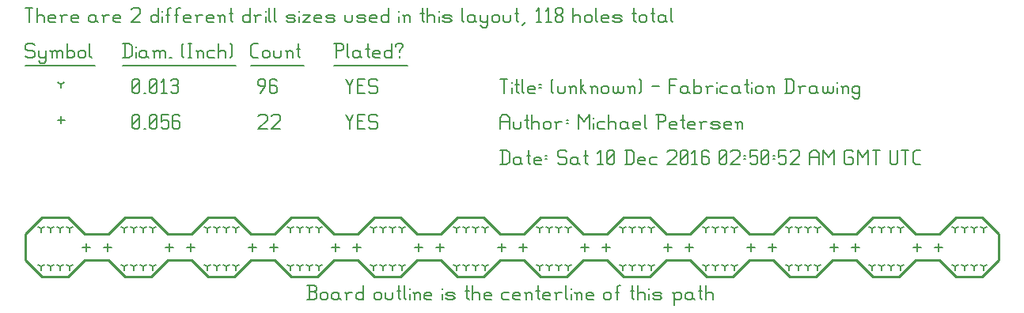
<source format=gbr>
G04 start of page 12 for group -3984 idx -3984 *
G04 Title: (unknown), fab *
G04 Creator: pcb 20140316 *
G04 CreationDate: Sat 10 Dec 2016 02:50:52 AM GMT UTC *
G04 For: railfan *
G04 Format: Gerber/RS-274X *
G04 PCB-Dimensions (mil): 4100.00 250.00 *
G04 PCB-Coordinate-Origin: lower left *
%MOIN*%
%FSLAX25Y25*%
%LNFAB*%
%ADD36C,0.0100*%
%ADD35C,0.0075*%
%ADD34C,0.0060*%
%ADD33C,0.0080*%
G54D33*X25500Y14100D02*Y10900D01*
X23900Y12500D02*X27100D01*
X60500Y14100D02*Y10900D01*
X58900Y12500D02*X62100D01*
X34500Y14100D02*Y10900D01*
X32900Y12500D02*X36100D01*
X95500Y14100D02*Y10900D01*
X93900Y12500D02*X97100D01*
X69500Y14100D02*Y10900D01*
X67900Y12500D02*X71100D01*
X130500Y14100D02*Y10900D01*
X128900Y12500D02*X132100D01*
X104500Y14100D02*Y10900D01*
X102900Y12500D02*X106100D01*
X165500Y14100D02*Y10900D01*
X163900Y12500D02*X167100D01*
X139500Y14100D02*Y10900D01*
X137900Y12500D02*X141100D01*
X200500Y14100D02*Y10900D01*
X198900Y12500D02*X202100D01*
X174500Y14100D02*Y10900D01*
X172900Y12500D02*X176100D01*
X235500Y14100D02*Y10900D01*
X233900Y12500D02*X237100D01*
X209500Y14100D02*Y10900D01*
X207900Y12500D02*X211100D01*
X270500Y14100D02*Y10900D01*
X268900Y12500D02*X272100D01*
X244500Y14100D02*Y10900D01*
X242900Y12500D02*X246100D01*
X305500Y14100D02*Y10900D01*
X303900Y12500D02*X307100D01*
X279500Y14100D02*Y10900D01*
X277900Y12500D02*X281100D01*
X340500Y14100D02*Y10900D01*
X338900Y12500D02*X342100D01*
X314500Y14100D02*Y10900D01*
X312900Y12500D02*X316100D01*
X375500Y14100D02*Y10900D01*
X373900Y12500D02*X377100D01*
X349500Y14100D02*Y10900D01*
X347900Y12500D02*X351100D01*
X384500Y14100D02*Y10900D01*
X382900Y12500D02*X386100D01*
X15000Y67850D02*Y64650D01*
X13400Y66250D02*X16600D01*
G54D34*X135000Y68500D02*X136500Y65500D01*
X138000Y68500D01*
X136500Y65500D02*Y62500D01*
X139800Y65800D02*X142050D01*
X139800Y62500D02*X142800D01*
X139800Y68500D02*Y62500D01*
Y68500D02*X142800D01*
X147600D02*X148350Y67750D01*
X145350Y68500D02*X147600D01*
X144600Y67750D02*X145350Y68500D01*
X144600Y67750D02*Y66250D01*
X145350Y65500D01*
X147600D01*
X148350Y64750D01*
Y63250D01*
X147600Y62500D02*X148350Y63250D01*
X145350Y62500D02*X147600D01*
X144600Y63250D02*X145350Y62500D01*
X98000Y67750D02*X98750Y68500D01*
X101000D01*
X101750Y67750D01*
Y66250D01*
X98000Y62500D02*X101750Y66250D01*
X98000Y62500D02*X101750D01*
X103550Y67750D02*X104300Y68500D01*
X106550D01*
X107300Y67750D01*
Y66250D01*
X103550Y62500D02*X107300Y66250D01*
X103550Y62500D02*X107300D01*
X45000Y63250D02*X45750Y62500D01*
X45000Y67750D02*Y63250D01*
Y67750D02*X45750Y68500D01*
X47250D01*
X48000Y67750D01*
Y63250D01*
X47250Y62500D02*X48000Y63250D01*
X45750Y62500D02*X47250D01*
X45000Y64000D02*X48000Y67000D01*
X49800Y62500D02*X50550D01*
X52350Y63250D02*X53100Y62500D01*
X52350Y67750D02*Y63250D01*
Y67750D02*X53100Y68500D01*
X54600D01*
X55350Y67750D01*
Y63250D01*
X54600Y62500D02*X55350Y63250D01*
X53100Y62500D02*X54600D01*
X52350Y64000D02*X55350Y67000D01*
X57150Y68500D02*X60150D01*
X57150D02*Y65500D01*
X57900Y66250D01*
X59400D01*
X60150Y65500D01*
Y63250D01*
X59400Y62500D02*X60150Y63250D01*
X57900Y62500D02*X59400D01*
X57150Y63250D02*X57900Y62500D01*
X64200Y68500D02*X64950Y67750D01*
X62700Y68500D02*X64200D01*
X61950Y67750D02*X62700Y68500D01*
X61950Y67750D02*Y63250D01*
X62700Y62500D01*
X64200Y65800D02*X64950Y65050D01*
X61950Y65800D02*X64200D01*
X62700Y62500D02*X64200D01*
X64950Y63250D01*
Y65050D02*Y63250D01*
X6500Y20500D02*Y18900D01*
Y20500D02*X7887Y21300D01*
X6500Y20500D02*X5113Y21300D01*
X10500Y20500D02*Y18900D01*
Y20500D02*X11887Y21300D01*
X10500Y20500D02*X9113Y21300D01*
X14500Y20500D02*Y18900D01*
Y20500D02*X15887Y21300D01*
X14500Y20500D02*X13113Y21300D01*
X18500Y20500D02*Y18900D01*
Y20500D02*X19887Y21300D01*
X18500Y20500D02*X17113Y21300D01*
X6500Y4500D02*Y2900D01*
Y4500D02*X7887Y5300D01*
X6500Y4500D02*X5113Y5300D01*
X10500Y4500D02*Y2900D01*
Y4500D02*X11887Y5300D01*
X10500Y4500D02*X9113Y5300D01*
X14500Y4500D02*Y2900D01*
Y4500D02*X15887Y5300D01*
X14500Y4500D02*X13113Y5300D01*
X18500Y4500D02*Y2900D01*
Y4500D02*X19887Y5300D01*
X18500Y4500D02*X17113Y5300D01*
X41500Y20500D02*Y18900D01*
Y20500D02*X42887Y21300D01*
X41500Y20500D02*X40113Y21300D01*
X45500Y20500D02*Y18900D01*
Y20500D02*X46887Y21300D01*
X45500Y20500D02*X44113Y21300D01*
X49500Y20500D02*Y18900D01*
Y20500D02*X50887Y21300D01*
X49500Y20500D02*X48113Y21300D01*
X53500Y20500D02*Y18900D01*
Y20500D02*X54887Y21300D01*
X53500Y20500D02*X52113Y21300D01*
X41500Y4500D02*Y2900D01*
Y4500D02*X42887Y5300D01*
X41500Y4500D02*X40113Y5300D01*
X45500Y4500D02*Y2900D01*
Y4500D02*X46887Y5300D01*
X45500Y4500D02*X44113Y5300D01*
X49500Y4500D02*Y2900D01*
Y4500D02*X50887Y5300D01*
X49500Y4500D02*X48113Y5300D01*
X53500Y4500D02*Y2900D01*
Y4500D02*X54887Y5300D01*
X53500Y4500D02*X52113Y5300D01*
X76500Y20500D02*Y18900D01*
Y20500D02*X77887Y21300D01*
X76500Y20500D02*X75113Y21300D01*
X80500Y20500D02*Y18900D01*
Y20500D02*X81887Y21300D01*
X80500Y20500D02*X79113Y21300D01*
X84500Y20500D02*Y18900D01*
Y20500D02*X85887Y21300D01*
X84500Y20500D02*X83113Y21300D01*
X88500Y20500D02*Y18900D01*
Y20500D02*X89887Y21300D01*
X88500Y20500D02*X87113Y21300D01*
X76500Y4500D02*Y2900D01*
Y4500D02*X77887Y5300D01*
X76500Y4500D02*X75113Y5300D01*
X80500Y4500D02*Y2900D01*
Y4500D02*X81887Y5300D01*
X80500Y4500D02*X79113Y5300D01*
X84500Y4500D02*Y2900D01*
Y4500D02*X85887Y5300D01*
X84500Y4500D02*X83113Y5300D01*
X88500Y4500D02*Y2900D01*
Y4500D02*X89887Y5300D01*
X88500Y4500D02*X87113Y5300D01*
X111500Y20500D02*Y18900D01*
Y20500D02*X112887Y21300D01*
X111500Y20500D02*X110113Y21300D01*
X115500Y20500D02*Y18900D01*
Y20500D02*X116887Y21300D01*
X115500Y20500D02*X114113Y21300D01*
X119500Y20500D02*Y18900D01*
Y20500D02*X120887Y21300D01*
X119500Y20500D02*X118113Y21300D01*
X123500Y20500D02*Y18900D01*
Y20500D02*X124887Y21300D01*
X123500Y20500D02*X122113Y21300D01*
X111500Y4500D02*Y2900D01*
Y4500D02*X112887Y5300D01*
X111500Y4500D02*X110113Y5300D01*
X115500Y4500D02*Y2900D01*
Y4500D02*X116887Y5300D01*
X115500Y4500D02*X114113Y5300D01*
X119500Y4500D02*Y2900D01*
Y4500D02*X120887Y5300D01*
X119500Y4500D02*X118113Y5300D01*
X123500Y4500D02*Y2900D01*
Y4500D02*X124887Y5300D01*
X123500Y4500D02*X122113Y5300D01*
X146500Y20500D02*Y18900D01*
Y20500D02*X147887Y21300D01*
X146500Y20500D02*X145113Y21300D01*
X150500Y20500D02*Y18900D01*
Y20500D02*X151887Y21300D01*
X150500Y20500D02*X149113Y21300D01*
X154500Y20500D02*Y18900D01*
Y20500D02*X155887Y21300D01*
X154500Y20500D02*X153113Y21300D01*
X158500Y20500D02*Y18900D01*
Y20500D02*X159887Y21300D01*
X158500Y20500D02*X157113Y21300D01*
X146500Y4500D02*Y2900D01*
Y4500D02*X147887Y5300D01*
X146500Y4500D02*X145113Y5300D01*
X150500Y4500D02*Y2900D01*
Y4500D02*X151887Y5300D01*
X150500Y4500D02*X149113Y5300D01*
X154500Y4500D02*Y2900D01*
Y4500D02*X155887Y5300D01*
X154500Y4500D02*X153113Y5300D01*
X158500Y4500D02*Y2900D01*
Y4500D02*X159887Y5300D01*
X158500Y4500D02*X157113Y5300D01*
X181500Y20500D02*Y18900D01*
Y20500D02*X182887Y21300D01*
X181500Y20500D02*X180113Y21300D01*
X185500Y20500D02*Y18900D01*
Y20500D02*X186887Y21300D01*
X185500Y20500D02*X184113Y21300D01*
X189500Y20500D02*Y18900D01*
Y20500D02*X190887Y21300D01*
X189500Y20500D02*X188113Y21300D01*
X193500Y20500D02*Y18900D01*
Y20500D02*X194887Y21300D01*
X193500Y20500D02*X192113Y21300D01*
X181500Y4500D02*Y2900D01*
Y4500D02*X182887Y5300D01*
X181500Y4500D02*X180113Y5300D01*
X185500Y4500D02*Y2900D01*
Y4500D02*X186887Y5300D01*
X185500Y4500D02*X184113Y5300D01*
X189500Y4500D02*Y2900D01*
Y4500D02*X190887Y5300D01*
X189500Y4500D02*X188113Y5300D01*
X193500Y4500D02*Y2900D01*
Y4500D02*X194887Y5300D01*
X193500Y4500D02*X192113Y5300D01*
X216500Y20500D02*Y18900D01*
Y20500D02*X217887Y21300D01*
X216500Y20500D02*X215113Y21300D01*
X220500Y20500D02*Y18900D01*
Y20500D02*X221887Y21300D01*
X220500Y20500D02*X219113Y21300D01*
X224500Y20500D02*Y18900D01*
Y20500D02*X225887Y21300D01*
X224500Y20500D02*X223113Y21300D01*
X228500Y20500D02*Y18900D01*
Y20500D02*X229887Y21300D01*
X228500Y20500D02*X227113Y21300D01*
X216500Y4500D02*Y2900D01*
Y4500D02*X217887Y5300D01*
X216500Y4500D02*X215113Y5300D01*
X220500Y4500D02*Y2900D01*
Y4500D02*X221887Y5300D01*
X220500Y4500D02*X219113Y5300D01*
X224500Y4500D02*Y2900D01*
Y4500D02*X225887Y5300D01*
X224500Y4500D02*X223113Y5300D01*
X228500Y4500D02*Y2900D01*
Y4500D02*X229887Y5300D01*
X228500Y4500D02*X227113Y5300D01*
X251500Y20500D02*Y18900D01*
Y20500D02*X252887Y21300D01*
X251500Y20500D02*X250113Y21300D01*
X255500Y20500D02*Y18900D01*
Y20500D02*X256887Y21300D01*
X255500Y20500D02*X254113Y21300D01*
X259500Y20500D02*Y18900D01*
Y20500D02*X260887Y21300D01*
X259500Y20500D02*X258113Y21300D01*
X263500Y20500D02*Y18900D01*
Y20500D02*X264887Y21300D01*
X263500Y20500D02*X262113Y21300D01*
X251500Y4500D02*Y2900D01*
Y4500D02*X252887Y5300D01*
X251500Y4500D02*X250113Y5300D01*
X255500Y4500D02*Y2900D01*
Y4500D02*X256887Y5300D01*
X255500Y4500D02*X254113Y5300D01*
X259500Y4500D02*Y2900D01*
Y4500D02*X260887Y5300D01*
X259500Y4500D02*X258113Y5300D01*
X263500Y4500D02*Y2900D01*
Y4500D02*X264887Y5300D01*
X263500Y4500D02*X262113Y5300D01*
X286500Y20500D02*Y18900D01*
Y20500D02*X287887Y21300D01*
X286500Y20500D02*X285113Y21300D01*
X290500Y20500D02*Y18900D01*
Y20500D02*X291887Y21300D01*
X290500Y20500D02*X289113Y21300D01*
X294500Y20500D02*Y18900D01*
Y20500D02*X295887Y21300D01*
X294500Y20500D02*X293113Y21300D01*
X298500Y20500D02*Y18900D01*
Y20500D02*X299887Y21300D01*
X298500Y20500D02*X297113Y21300D01*
X286500Y4500D02*Y2900D01*
Y4500D02*X287887Y5300D01*
X286500Y4500D02*X285113Y5300D01*
X290500Y4500D02*Y2900D01*
Y4500D02*X291887Y5300D01*
X290500Y4500D02*X289113Y5300D01*
X294500Y4500D02*Y2900D01*
Y4500D02*X295887Y5300D01*
X294500Y4500D02*X293113Y5300D01*
X298500Y4500D02*Y2900D01*
Y4500D02*X299887Y5300D01*
X298500Y4500D02*X297113Y5300D01*
X321500Y20500D02*Y18900D01*
Y20500D02*X322887Y21300D01*
X321500Y20500D02*X320113Y21300D01*
X325500Y20500D02*Y18900D01*
Y20500D02*X326887Y21300D01*
X325500Y20500D02*X324113Y21300D01*
X329500Y20500D02*Y18900D01*
Y20500D02*X330887Y21300D01*
X329500Y20500D02*X328113Y21300D01*
X333500Y20500D02*Y18900D01*
Y20500D02*X334887Y21300D01*
X333500Y20500D02*X332113Y21300D01*
X321500Y4500D02*Y2900D01*
Y4500D02*X322887Y5300D01*
X321500Y4500D02*X320113Y5300D01*
X325500Y4500D02*Y2900D01*
Y4500D02*X326887Y5300D01*
X325500Y4500D02*X324113Y5300D01*
X329500Y4500D02*Y2900D01*
Y4500D02*X330887Y5300D01*
X329500Y4500D02*X328113Y5300D01*
X333500Y4500D02*Y2900D01*
Y4500D02*X334887Y5300D01*
X333500Y4500D02*X332113Y5300D01*
X356500Y20500D02*Y18900D01*
Y20500D02*X357887Y21300D01*
X356500Y20500D02*X355113Y21300D01*
X360500Y20500D02*Y18900D01*
Y20500D02*X361887Y21300D01*
X360500Y20500D02*X359113Y21300D01*
X364500Y20500D02*Y18900D01*
Y20500D02*X365887Y21300D01*
X364500Y20500D02*X363113Y21300D01*
X368500Y20500D02*Y18900D01*
Y20500D02*X369887Y21300D01*
X368500Y20500D02*X367113Y21300D01*
X356500Y4500D02*Y2900D01*
Y4500D02*X357887Y5300D01*
X356500Y4500D02*X355113Y5300D01*
X360500Y4500D02*Y2900D01*
Y4500D02*X361887Y5300D01*
X360500Y4500D02*X359113Y5300D01*
X364500Y4500D02*Y2900D01*
Y4500D02*X365887Y5300D01*
X364500Y4500D02*X363113Y5300D01*
X368500Y4500D02*Y2900D01*
Y4500D02*X369887Y5300D01*
X368500Y4500D02*X367113Y5300D01*
X391500Y20500D02*Y18900D01*
Y20500D02*X392887Y21300D01*
X391500Y20500D02*X390113Y21300D01*
X395500Y20500D02*Y18900D01*
Y20500D02*X396887Y21300D01*
X395500Y20500D02*X394113Y21300D01*
X399500Y20500D02*Y18900D01*
Y20500D02*X400887Y21300D01*
X399500Y20500D02*X398113Y21300D01*
X403500Y20500D02*Y18900D01*
Y20500D02*X404887Y21300D01*
X403500Y20500D02*X402113Y21300D01*
X391500Y4500D02*Y2900D01*
Y4500D02*X392887Y5300D01*
X391500Y4500D02*X390113Y5300D01*
X395500Y4500D02*Y2900D01*
Y4500D02*X396887Y5300D01*
X395500Y4500D02*X394113Y5300D01*
X399500Y4500D02*Y2900D01*
Y4500D02*X400887Y5300D01*
X399500Y4500D02*X398113Y5300D01*
X403500Y4500D02*Y2900D01*
Y4500D02*X404887Y5300D01*
X403500Y4500D02*X402113Y5300D01*
X15000Y81250D02*Y79650D01*
Y81250D02*X16387Y82050D01*
X15000Y81250D02*X13613Y82050D01*
X135000Y83500D02*X136500Y80500D01*
X138000Y83500D01*
X136500Y80500D02*Y77500D01*
X139800Y80800D02*X142050D01*
X139800Y77500D02*X142800D01*
X139800Y83500D02*Y77500D01*
Y83500D02*X142800D01*
X147600D02*X148350Y82750D01*
X145350Y83500D02*X147600D01*
X144600Y82750D02*X145350Y83500D01*
X144600Y82750D02*Y81250D01*
X145350Y80500D01*
X147600D01*
X148350Y79750D01*
Y78250D01*
X147600Y77500D02*X148350Y78250D01*
X145350Y77500D02*X147600D01*
X144600Y78250D02*X145350Y77500D01*
X98750D02*X101000Y80500D01*
Y82750D02*Y80500D01*
X100250Y83500D02*X101000Y82750D01*
X98750Y83500D02*X100250D01*
X98000Y82750D02*X98750Y83500D01*
X98000Y82750D02*Y81250D01*
X98750Y80500D01*
X101000D01*
X105050Y83500D02*X105800Y82750D01*
X103550Y83500D02*X105050D01*
X102800Y82750D02*X103550Y83500D01*
X102800Y82750D02*Y78250D01*
X103550Y77500D01*
X105050Y80800D02*X105800Y80050D01*
X102800Y80800D02*X105050D01*
X103550Y77500D02*X105050D01*
X105800Y78250D01*
Y80050D02*Y78250D01*
X45000D02*X45750Y77500D01*
X45000Y82750D02*Y78250D01*
Y82750D02*X45750Y83500D01*
X47250D01*
X48000Y82750D01*
Y78250D01*
X47250Y77500D02*X48000Y78250D01*
X45750Y77500D02*X47250D01*
X45000Y79000D02*X48000Y82000D01*
X49800Y77500D02*X50550D01*
X52350Y78250D02*X53100Y77500D01*
X52350Y82750D02*Y78250D01*
Y82750D02*X53100Y83500D01*
X54600D01*
X55350Y82750D01*
Y78250D01*
X54600Y77500D02*X55350Y78250D01*
X53100Y77500D02*X54600D01*
X52350Y79000D02*X55350Y82000D01*
X57150Y82300D02*X58350Y83500D01*
Y77500D01*
X57150D02*X59400D01*
X61200Y82750D02*X61950Y83500D01*
X63450D01*
X64200Y82750D01*
X63450Y77500D02*X64200Y78250D01*
X61950Y77500D02*X63450D01*
X61200Y78250D02*X61950Y77500D01*
Y80800D02*X63450D01*
X64200Y82750D02*Y81550D01*
Y80050D02*Y78250D01*
Y80050D02*X63450Y80800D01*
X64200Y81550D02*X63450Y80800D01*
X3000Y98500D02*X3750Y97750D01*
X750Y98500D02*X3000D01*
X0Y97750D02*X750Y98500D01*
X0Y97750D02*Y96250D01*
X750Y95500D01*
X3000D01*
X3750Y94750D01*
Y93250D01*
X3000Y92500D02*X3750Y93250D01*
X750Y92500D02*X3000D01*
X0Y93250D02*X750Y92500D01*
X5550Y95500D02*Y93250D01*
X6300Y92500D01*
X8550Y95500D02*Y91000D01*
X7800Y90250D02*X8550Y91000D01*
X6300Y90250D02*X7800D01*
X5550Y91000D02*X6300Y90250D01*
Y92500D02*X7800D01*
X8550Y93250D01*
X11100Y94750D02*Y92500D01*
Y94750D02*X11850Y95500D01*
X12600D01*
X13350Y94750D01*
Y92500D01*
Y94750D02*X14100Y95500D01*
X14850D01*
X15600Y94750D01*
Y92500D01*
X10350Y95500D02*X11100Y94750D01*
X17400Y98500D02*Y92500D01*
Y93250D02*X18150Y92500D01*
X19650D01*
X20400Y93250D01*
Y94750D02*Y93250D01*
X19650Y95500D02*X20400Y94750D01*
X18150Y95500D02*X19650D01*
X17400Y94750D02*X18150Y95500D01*
X22200Y94750D02*Y93250D01*
Y94750D02*X22950Y95500D01*
X24450D01*
X25200Y94750D01*
Y93250D01*
X24450Y92500D02*X25200Y93250D01*
X22950Y92500D02*X24450D01*
X22200Y93250D02*X22950Y92500D01*
X27000Y98500D02*Y93250D01*
X27750Y92500D01*
X0Y89250D02*X29250D01*
X41750Y98500D02*Y92500D01*
X43700Y98500D02*X44750Y97450D01*
Y93550D01*
X43700Y92500D02*X44750Y93550D01*
X41000Y92500D02*X43700D01*
X41000Y98500D02*X43700D01*
G54D35*X46550Y97000D02*Y96850D01*
G54D34*Y94750D02*Y92500D01*
X50300Y95500D02*X51050Y94750D01*
X48800Y95500D02*X50300D01*
X48050Y94750D02*X48800Y95500D01*
X48050Y94750D02*Y93250D01*
X48800Y92500D01*
X51050Y95500D02*Y93250D01*
X51800Y92500D01*
X48800D02*X50300D01*
X51050Y93250D01*
X54350Y94750D02*Y92500D01*
Y94750D02*X55100Y95500D01*
X55850D01*
X56600Y94750D01*
Y92500D01*
Y94750D02*X57350Y95500D01*
X58100D01*
X58850Y94750D01*
Y92500D01*
X53600Y95500D02*X54350Y94750D01*
X60650Y92500D02*X61400D01*
X65900Y93250D02*X66650Y92500D01*
X65900Y97750D02*X66650Y98500D01*
X65900Y97750D02*Y93250D01*
X68450Y98500D02*X69950D01*
X69200D02*Y92500D01*
X68450D02*X69950D01*
X72500Y94750D02*Y92500D01*
Y94750D02*X73250Y95500D01*
X74000D01*
X74750Y94750D01*
Y92500D01*
X71750Y95500D02*X72500Y94750D01*
X77300Y95500D02*X79550D01*
X76550Y94750D02*X77300Y95500D01*
X76550Y94750D02*Y93250D01*
X77300Y92500D01*
X79550D01*
X81350Y98500D02*Y92500D01*
Y94750D02*X82100Y95500D01*
X83600D01*
X84350Y94750D01*
Y92500D01*
X86150Y98500D02*X86900Y97750D01*
Y93250D01*
X86150Y92500D02*X86900Y93250D01*
X41000Y89250D02*X88700D01*
X96050Y92500D02*X98000D01*
X95000Y93550D02*X96050Y92500D01*
X95000Y97450D02*Y93550D01*
Y97450D02*X96050Y98500D01*
X98000D01*
X99800Y94750D02*Y93250D01*
Y94750D02*X100550Y95500D01*
X102050D01*
X102800Y94750D01*
Y93250D01*
X102050Y92500D02*X102800Y93250D01*
X100550Y92500D02*X102050D01*
X99800Y93250D02*X100550Y92500D01*
X104600Y95500D02*Y93250D01*
X105350Y92500D01*
X106850D01*
X107600Y93250D01*
Y95500D02*Y93250D01*
X110150Y94750D02*Y92500D01*
Y94750D02*X110900Y95500D01*
X111650D01*
X112400Y94750D01*
Y92500D01*
X109400Y95500D02*X110150Y94750D01*
X114950Y98500D02*Y93250D01*
X115700Y92500D01*
X114200Y96250D02*X115700D01*
X95000Y89250D02*X117200D01*
X130750Y98500D02*Y92500D01*
X130000Y98500D02*X133000D01*
X133750Y97750D01*
Y96250D01*
X133000Y95500D02*X133750Y96250D01*
X130750Y95500D02*X133000D01*
X135550Y98500D02*Y93250D01*
X136300Y92500D01*
X140050Y95500D02*X140800Y94750D01*
X138550Y95500D02*X140050D01*
X137800Y94750D02*X138550Y95500D01*
X137800Y94750D02*Y93250D01*
X138550Y92500D01*
X140800Y95500D02*Y93250D01*
X141550Y92500D01*
X138550D02*X140050D01*
X140800Y93250D01*
X144100Y98500D02*Y93250D01*
X144850Y92500D01*
X143350Y96250D02*X144850D01*
X147100Y92500D02*X149350D01*
X146350Y93250D02*X147100Y92500D01*
X146350Y94750D02*Y93250D01*
Y94750D02*X147100Y95500D01*
X148600D01*
X149350Y94750D01*
X146350Y94000D02*X149350D01*
Y94750D02*Y94000D01*
X154150Y98500D02*Y92500D01*
X153400D02*X154150Y93250D01*
X151900Y92500D02*X153400D01*
X151150Y93250D02*X151900Y92500D01*
X151150Y94750D02*Y93250D01*
Y94750D02*X151900Y95500D01*
X153400D01*
X154150Y94750D01*
X157450Y95500D02*Y94750D01*
Y93250D02*Y92500D01*
X155950Y97750D02*Y97000D01*
Y97750D02*X156700Y98500D01*
X158200D01*
X158950Y97750D01*
Y97000D01*
X157450Y95500D02*X158950Y97000D01*
X130000Y89250D02*X160750D01*
X0Y113500D02*X3000D01*
X1500D02*Y107500D01*
X4800Y113500D02*Y107500D01*
Y109750D02*X5550Y110500D01*
X7050D01*
X7800Y109750D01*
Y107500D01*
X10350D02*X12600D01*
X9600Y108250D02*X10350Y107500D01*
X9600Y109750D02*Y108250D01*
Y109750D02*X10350Y110500D01*
X11850D01*
X12600Y109750D01*
X9600Y109000D02*X12600D01*
Y109750D02*Y109000D01*
X15150Y109750D02*Y107500D01*
Y109750D02*X15900Y110500D01*
X17400D01*
X14400D02*X15150Y109750D01*
X19950Y107500D02*X22200D01*
X19200Y108250D02*X19950Y107500D01*
X19200Y109750D02*Y108250D01*
Y109750D02*X19950Y110500D01*
X21450D01*
X22200Y109750D01*
X19200Y109000D02*X22200D01*
Y109750D02*Y109000D01*
X28950Y110500D02*X29700Y109750D01*
X27450Y110500D02*X28950D01*
X26700Y109750D02*X27450Y110500D01*
X26700Y109750D02*Y108250D01*
X27450Y107500D01*
X29700Y110500D02*Y108250D01*
X30450Y107500D01*
X27450D02*X28950D01*
X29700Y108250D01*
X33000Y109750D02*Y107500D01*
Y109750D02*X33750Y110500D01*
X35250D01*
X32250D02*X33000Y109750D01*
X37800Y107500D02*X40050D01*
X37050Y108250D02*X37800Y107500D01*
X37050Y109750D02*Y108250D01*
Y109750D02*X37800Y110500D01*
X39300D01*
X40050Y109750D01*
X37050Y109000D02*X40050D01*
Y109750D02*Y109000D01*
X44550Y112750D02*X45300Y113500D01*
X47550D01*
X48300Y112750D01*
Y111250D01*
X44550Y107500D02*X48300Y111250D01*
X44550Y107500D02*X48300D01*
X55800Y113500D02*Y107500D01*
X55050D02*X55800Y108250D01*
X53550Y107500D02*X55050D01*
X52800Y108250D02*X53550Y107500D01*
X52800Y109750D02*Y108250D01*
Y109750D02*X53550Y110500D01*
X55050D01*
X55800Y109750D01*
G54D35*X57600Y112000D02*Y111850D01*
G54D34*Y109750D02*Y107500D01*
X59850Y112750D02*Y107500D01*
Y112750D02*X60600Y113500D01*
X61350D01*
X59100Y110500D02*X60600D01*
X63600Y112750D02*Y107500D01*
Y112750D02*X64350Y113500D01*
X65100D01*
X62850Y110500D02*X64350D01*
X67350Y107500D02*X69600D01*
X66600Y108250D02*X67350Y107500D01*
X66600Y109750D02*Y108250D01*
Y109750D02*X67350Y110500D01*
X68850D01*
X69600Y109750D01*
X66600Y109000D02*X69600D01*
Y109750D02*Y109000D01*
X72150Y109750D02*Y107500D01*
Y109750D02*X72900Y110500D01*
X74400D01*
X71400D02*X72150Y109750D01*
X76950Y107500D02*X79200D01*
X76200Y108250D02*X76950Y107500D01*
X76200Y109750D02*Y108250D01*
Y109750D02*X76950Y110500D01*
X78450D01*
X79200Y109750D01*
X76200Y109000D02*X79200D01*
Y109750D02*Y109000D01*
X81750Y109750D02*Y107500D01*
Y109750D02*X82500Y110500D01*
X83250D01*
X84000Y109750D01*
Y107500D01*
X81000Y110500D02*X81750Y109750D01*
X86550Y113500D02*Y108250D01*
X87300Y107500D01*
X85800Y111250D02*X87300D01*
X94500Y113500D02*Y107500D01*
X93750D02*X94500Y108250D01*
X92250Y107500D02*X93750D01*
X91500Y108250D02*X92250Y107500D01*
X91500Y109750D02*Y108250D01*
Y109750D02*X92250Y110500D01*
X93750D01*
X94500Y109750D01*
X97050D02*Y107500D01*
Y109750D02*X97800Y110500D01*
X99300D01*
X96300D02*X97050Y109750D01*
G54D35*X101100Y112000D02*Y111850D01*
G54D34*Y109750D02*Y107500D01*
X102600Y113500D02*Y108250D01*
X103350Y107500D01*
X104850Y113500D02*Y108250D01*
X105600Y107500D01*
X110550D02*X112800D01*
X113550Y108250D01*
X112800Y109000D02*X113550Y108250D01*
X110550Y109000D02*X112800D01*
X109800Y109750D02*X110550Y109000D01*
X109800Y109750D02*X110550Y110500D01*
X112800D01*
X113550Y109750D01*
X109800Y108250D02*X110550Y107500D01*
G54D35*X115350Y112000D02*Y111850D01*
G54D34*Y109750D02*Y107500D01*
X116850Y110500D02*X119850D01*
X116850Y107500D02*X119850Y110500D01*
X116850Y107500D02*X119850D01*
X122400D02*X124650D01*
X121650Y108250D02*X122400Y107500D01*
X121650Y109750D02*Y108250D01*
Y109750D02*X122400Y110500D01*
X123900D01*
X124650Y109750D01*
X121650Y109000D02*X124650D01*
Y109750D02*Y109000D01*
X127200Y107500D02*X129450D01*
X130200Y108250D01*
X129450Y109000D02*X130200Y108250D01*
X127200Y109000D02*X129450D01*
X126450Y109750D02*X127200Y109000D01*
X126450Y109750D02*X127200Y110500D01*
X129450D01*
X130200Y109750D01*
X126450Y108250D02*X127200Y107500D01*
X134700Y110500D02*Y108250D01*
X135450Y107500D01*
X136950D01*
X137700Y108250D01*
Y110500D02*Y108250D01*
X140250Y107500D02*X142500D01*
X143250Y108250D01*
X142500Y109000D02*X143250Y108250D01*
X140250Y109000D02*X142500D01*
X139500Y109750D02*X140250Y109000D01*
X139500Y109750D02*X140250Y110500D01*
X142500D01*
X143250Y109750D01*
X139500Y108250D02*X140250Y107500D01*
X145800D02*X148050D01*
X145050Y108250D02*X145800Y107500D01*
X145050Y109750D02*Y108250D01*
Y109750D02*X145800Y110500D01*
X147300D01*
X148050Y109750D01*
X145050Y109000D02*X148050D01*
Y109750D02*Y109000D01*
X152850Y113500D02*Y107500D01*
X152100D02*X152850Y108250D01*
X150600Y107500D02*X152100D01*
X149850Y108250D02*X150600Y107500D01*
X149850Y109750D02*Y108250D01*
Y109750D02*X150600Y110500D01*
X152100D01*
X152850Y109750D01*
G54D35*X157350Y112000D02*Y111850D01*
G54D34*Y109750D02*Y107500D01*
X159600Y109750D02*Y107500D01*
Y109750D02*X160350Y110500D01*
X161100D01*
X161850Y109750D01*
Y107500D01*
X158850Y110500D02*X159600Y109750D01*
X167100Y113500D02*Y108250D01*
X167850Y107500D01*
X166350Y111250D02*X167850D01*
X169350Y113500D02*Y107500D01*
Y109750D02*X170100Y110500D01*
X171600D01*
X172350Y109750D01*
Y107500D01*
G54D35*X174150Y112000D02*Y111850D01*
G54D34*Y109750D02*Y107500D01*
X176400D02*X178650D01*
X179400Y108250D01*
X178650Y109000D02*X179400Y108250D01*
X176400Y109000D02*X178650D01*
X175650Y109750D02*X176400Y109000D01*
X175650Y109750D02*X176400Y110500D01*
X178650D01*
X179400Y109750D01*
X175650Y108250D02*X176400Y107500D01*
X183900Y113500D02*Y108250D01*
X184650Y107500D01*
X188400Y110500D02*X189150Y109750D01*
X186900Y110500D02*X188400D01*
X186150Y109750D02*X186900Y110500D01*
X186150Y109750D02*Y108250D01*
X186900Y107500D01*
X189150Y110500D02*Y108250D01*
X189900Y107500D01*
X186900D02*X188400D01*
X189150Y108250D01*
X191700Y110500D02*Y108250D01*
X192450Y107500D01*
X194700Y110500D02*Y106000D01*
X193950Y105250D02*X194700Y106000D01*
X192450Y105250D02*X193950D01*
X191700Y106000D02*X192450Y105250D01*
Y107500D02*X193950D01*
X194700Y108250D01*
X196500Y109750D02*Y108250D01*
Y109750D02*X197250Y110500D01*
X198750D01*
X199500Y109750D01*
Y108250D01*
X198750Y107500D02*X199500Y108250D01*
X197250Y107500D02*X198750D01*
X196500Y108250D02*X197250Y107500D01*
X201300Y110500D02*Y108250D01*
X202050Y107500D01*
X203550D01*
X204300Y108250D01*
Y110500D02*Y108250D01*
X206850Y113500D02*Y108250D01*
X207600Y107500D01*
X206100Y111250D02*X207600D01*
X209100Y106000D02*X210600Y107500D01*
X215100Y112300D02*X216300Y113500D01*
Y107500D01*
X215100D02*X217350D01*
X219150Y112300D02*X220350Y113500D01*
Y107500D01*
X219150D02*X221400D01*
X223200Y108250D02*X223950Y107500D01*
X223200Y109450D02*Y108250D01*
Y109450D02*X224250Y110500D01*
X225150D01*
X226200Y109450D01*
Y108250D01*
X225450Y107500D02*X226200Y108250D01*
X223950Y107500D02*X225450D01*
X223200Y111550D02*X224250Y110500D01*
X223200Y112750D02*Y111550D01*
Y112750D02*X223950Y113500D01*
X225450D01*
X226200Y112750D01*
Y111550D01*
X225150Y110500D02*X226200Y111550D01*
X230700Y113500D02*Y107500D01*
Y109750D02*X231450Y110500D01*
X232950D01*
X233700Y109750D01*
Y107500D01*
X235500Y109750D02*Y108250D01*
Y109750D02*X236250Y110500D01*
X237750D01*
X238500Y109750D01*
Y108250D01*
X237750Y107500D02*X238500Y108250D01*
X236250Y107500D02*X237750D01*
X235500Y108250D02*X236250Y107500D01*
X240300Y113500D02*Y108250D01*
X241050Y107500D01*
X243300D02*X245550D01*
X242550Y108250D02*X243300Y107500D01*
X242550Y109750D02*Y108250D01*
Y109750D02*X243300Y110500D01*
X244800D01*
X245550Y109750D01*
X242550Y109000D02*X245550D01*
Y109750D02*Y109000D01*
X248100Y107500D02*X250350D01*
X251100Y108250D01*
X250350Y109000D02*X251100Y108250D01*
X248100Y109000D02*X250350D01*
X247350Y109750D02*X248100Y109000D01*
X247350Y109750D02*X248100Y110500D01*
X250350D01*
X251100Y109750D01*
X247350Y108250D02*X248100Y107500D01*
X256350Y113500D02*Y108250D01*
X257100Y107500D01*
X255600Y111250D02*X257100D01*
X258600Y109750D02*Y108250D01*
Y109750D02*X259350Y110500D01*
X260850D01*
X261600Y109750D01*
Y108250D01*
X260850Y107500D02*X261600Y108250D01*
X259350Y107500D02*X260850D01*
X258600Y108250D02*X259350Y107500D01*
X264150Y113500D02*Y108250D01*
X264900Y107500D01*
X263400Y111250D02*X264900D01*
X268650Y110500D02*X269400Y109750D01*
X267150Y110500D02*X268650D01*
X266400Y109750D02*X267150Y110500D01*
X266400Y109750D02*Y108250D01*
X267150Y107500D01*
X269400Y110500D02*Y108250D01*
X270150Y107500D01*
X267150D02*X268650D01*
X269400Y108250D01*
X271950Y113500D02*Y108250D01*
X272700Y107500D01*
G54D36*X0Y18000D02*X7000Y25000D01*
X18000D01*
X25000Y18000D01*
Y7000D02*X18000Y0D01*
X7000D01*
X0Y7000D02*Y18000D01*
X7000Y0D02*X0Y7000D01*
X25000Y18000D02*X35000D01*
X42000Y25000D01*
X53000D01*
X60000Y18000D01*
X70000D01*
X77000Y25000D01*
X88000D01*
X95000Y18000D01*
X105000D01*
X112000Y25000D01*
X123000D01*
X130000Y18000D01*
X140000D01*
X147000Y25000D01*
X158000D01*
X165000Y18000D01*
X175000D01*
X182000Y25000D01*
X193000D01*
X200000Y18000D01*
X210000D01*
X217000Y25000D01*
X228000D01*
X235000Y18000D01*
X245000D01*
X252000Y25000D01*
X263000D01*
X270000Y18000D01*
X280000D01*
X287000Y25000D01*
X298000D01*
X305000Y18000D01*
X315000D01*
X322000Y25000D01*
X333000D01*
X340000Y18000D01*
Y7000D02*X333000Y0D01*
X322000D01*
X315000Y7000D01*
X305000D01*
X298000Y0D01*
X287000D01*
X280000Y7000D01*
X270000D01*
X263000Y0D01*
X252000D01*
X245000Y7000D01*
X235000D01*
X228000Y0D01*
X217000D01*
X210000Y7000D01*
X200000D01*
X193000Y0D01*
X182000D01*
X175000Y7000D01*
X165000D01*
X158000Y0D01*
X147000D01*
X140000Y7000D01*
X130000D01*
X123000Y0D01*
X112000D01*
X105000Y7000D01*
X95000D01*
X88000Y0D01*
X77000D01*
X70000Y7000D01*
X60000D01*
X53000Y0D01*
X42000D01*
X35000Y7000D01*
X25000D01*
X340000Y18000D02*X350000D01*
Y7000D02*X340000D01*
X375000Y18000D02*X385000D01*
Y7000D02*X375000D01*
X350000Y18000D02*X357000Y25000D01*
X350000Y7000D02*X357000Y0D01*
Y25000D02*X368000D01*
X375000Y18000D01*
Y7000D02*X368000Y0D01*
X357000D01*
X385000Y18000D02*X392000Y25000D01*
X385000Y7000D02*X392000Y0D01*
X410000Y7000D02*X403000Y0D01*
X392000D01*
X410000Y18000D02*X403000Y25000D01*
X392000D01*
X410000Y18000D02*Y7000D01*
G54D34*X118675Y-9500D02*X121675D01*
X122425Y-8750D01*
Y-6950D02*Y-8750D01*
X121675Y-6200D02*X122425Y-6950D01*
X119425Y-6200D02*X121675D01*
X119425Y-3500D02*Y-9500D01*
X118675Y-3500D02*X121675D01*
X122425Y-4250D01*
Y-5450D01*
X121675Y-6200D02*X122425Y-5450D01*
X124225Y-7250D02*Y-8750D01*
Y-7250D02*X124975Y-6500D01*
X126475D01*
X127225Y-7250D01*
Y-8750D01*
X126475Y-9500D02*X127225Y-8750D01*
X124975Y-9500D02*X126475D01*
X124225Y-8750D02*X124975Y-9500D01*
X131275Y-6500D02*X132025Y-7250D01*
X129775Y-6500D02*X131275D01*
X129025Y-7250D02*X129775Y-6500D01*
X129025Y-7250D02*Y-8750D01*
X129775Y-9500D01*
X132025Y-6500D02*Y-8750D01*
X132775Y-9500D01*
X129775D02*X131275D01*
X132025Y-8750D01*
X135325Y-7250D02*Y-9500D01*
Y-7250D02*X136075Y-6500D01*
X137575D01*
X134575D02*X135325Y-7250D01*
X142375Y-3500D02*Y-9500D01*
X141625D02*X142375Y-8750D01*
X140125Y-9500D02*X141625D01*
X139375Y-8750D02*X140125Y-9500D01*
X139375Y-7250D02*Y-8750D01*
Y-7250D02*X140125Y-6500D01*
X141625D01*
X142375Y-7250D01*
X146875D02*Y-8750D01*
Y-7250D02*X147625Y-6500D01*
X149125D01*
X149875Y-7250D01*
Y-8750D01*
X149125Y-9500D02*X149875Y-8750D01*
X147625Y-9500D02*X149125D01*
X146875Y-8750D02*X147625Y-9500D01*
X151675Y-6500D02*Y-8750D01*
X152425Y-9500D01*
X153925D01*
X154675Y-8750D01*
Y-6500D02*Y-8750D01*
X157225Y-3500D02*Y-8750D01*
X157975Y-9500D01*
X156475Y-5750D02*X157975D01*
X159475Y-3500D02*Y-8750D01*
X160225Y-9500D01*
G54D35*X161725Y-5000D02*Y-5150D01*
G54D34*Y-7250D02*Y-9500D01*
X163975Y-7250D02*Y-9500D01*
Y-7250D02*X164725Y-6500D01*
X165475D01*
X166225Y-7250D01*
Y-9500D01*
X163225Y-6500D02*X163975Y-7250D01*
X168775Y-9500D02*X171025D01*
X168025Y-8750D02*X168775Y-9500D01*
X168025Y-7250D02*Y-8750D01*
Y-7250D02*X168775Y-6500D01*
X170275D01*
X171025Y-7250D01*
X168025Y-8000D02*X171025D01*
Y-7250D02*Y-8000D01*
G54D35*X175525Y-5000D02*Y-5150D01*
G54D34*Y-7250D02*Y-9500D01*
X177775D02*X180025D01*
X180775Y-8750D01*
X180025Y-8000D02*X180775Y-8750D01*
X177775Y-8000D02*X180025D01*
X177025Y-7250D02*X177775Y-8000D01*
X177025Y-7250D02*X177775Y-6500D01*
X180025D01*
X180775Y-7250D01*
X177025Y-8750D02*X177775Y-9500D01*
X186025Y-3500D02*Y-8750D01*
X186775Y-9500D01*
X185275Y-5750D02*X186775D01*
X188275Y-3500D02*Y-9500D01*
Y-7250D02*X189025Y-6500D01*
X190525D01*
X191275Y-7250D01*
Y-9500D01*
X193825D02*X196075D01*
X193075Y-8750D02*X193825Y-9500D01*
X193075Y-7250D02*Y-8750D01*
Y-7250D02*X193825Y-6500D01*
X195325D01*
X196075Y-7250D01*
X193075Y-8000D02*X196075D01*
Y-7250D02*Y-8000D01*
X201325Y-6500D02*X203575D01*
X200575Y-7250D02*X201325Y-6500D01*
X200575Y-7250D02*Y-8750D01*
X201325Y-9500D01*
X203575D01*
X206125D02*X208375D01*
X205375Y-8750D02*X206125Y-9500D01*
X205375Y-7250D02*Y-8750D01*
Y-7250D02*X206125Y-6500D01*
X207625D01*
X208375Y-7250D01*
X205375Y-8000D02*X208375D01*
Y-7250D02*Y-8000D01*
X210925Y-7250D02*Y-9500D01*
Y-7250D02*X211675Y-6500D01*
X212425D01*
X213175Y-7250D01*
Y-9500D01*
X210175Y-6500D02*X210925Y-7250D01*
X215725Y-3500D02*Y-8750D01*
X216475Y-9500D01*
X214975Y-5750D02*X216475D01*
X218725Y-9500D02*X220975D01*
X217975Y-8750D02*X218725Y-9500D01*
X217975Y-7250D02*Y-8750D01*
Y-7250D02*X218725Y-6500D01*
X220225D01*
X220975Y-7250D01*
X217975Y-8000D02*X220975D01*
Y-7250D02*Y-8000D01*
X223525Y-7250D02*Y-9500D01*
Y-7250D02*X224275Y-6500D01*
X225775D01*
X222775D02*X223525Y-7250D01*
X227575Y-3500D02*Y-8750D01*
X228325Y-9500D01*
G54D35*X229825Y-5000D02*Y-5150D01*
G54D34*Y-7250D02*Y-9500D01*
X232075Y-7250D02*Y-9500D01*
Y-7250D02*X232825Y-6500D01*
X233575D01*
X234325Y-7250D01*
Y-9500D01*
X231325Y-6500D02*X232075Y-7250D01*
X236875Y-9500D02*X239125D01*
X236125Y-8750D02*X236875Y-9500D01*
X236125Y-7250D02*Y-8750D01*
Y-7250D02*X236875Y-6500D01*
X238375D01*
X239125Y-7250D01*
X236125Y-8000D02*X239125D01*
Y-7250D02*Y-8000D01*
X243625Y-7250D02*Y-8750D01*
Y-7250D02*X244375Y-6500D01*
X245875D01*
X246625Y-7250D01*
Y-8750D01*
X245875Y-9500D02*X246625Y-8750D01*
X244375Y-9500D02*X245875D01*
X243625Y-8750D02*X244375Y-9500D01*
X249175Y-4250D02*Y-9500D01*
Y-4250D02*X249925Y-3500D01*
X250675D01*
X248425Y-6500D02*X249925D01*
X255625Y-3500D02*Y-8750D01*
X256375Y-9500D01*
X254875Y-5750D02*X256375D01*
X257875Y-3500D02*Y-9500D01*
Y-7250D02*X258625Y-6500D01*
X260125D01*
X260875Y-7250D01*
Y-9500D01*
G54D35*X262675Y-5000D02*Y-5150D01*
G54D34*Y-7250D02*Y-9500D01*
X264925D02*X267175D01*
X267925Y-8750D01*
X267175Y-8000D02*X267925Y-8750D01*
X264925Y-8000D02*X267175D01*
X264175Y-7250D02*X264925Y-8000D01*
X264175Y-7250D02*X264925Y-6500D01*
X267175D01*
X267925Y-7250D01*
X264175Y-8750D02*X264925Y-9500D01*
X273175Y-7250D02*Y-11750D01*
X272425Y-6500D02*X273175Y-7250D01*
X273925Y-6500D01*
X275425D01*
X276175Y-7250D01*
Y-8750D01*
X275425Y-9500D02*X276175Y-8750D01*
X273925Y-9500D02*X275425D01*
X273175Y-8750D02*X273925Y-9500D01*
X280225Y-6500D02*X280975Y-7250D01*
X278725Y-6500D02*X280225D01*
X277975Y-7250D02*X278725Y-6500D01*
X277975Y-7250D02*Y-8750D01*
X278725Y-9500D01*
X280975Y-6500D02*Y-8750D01*
X281725Y-9500D01*
X278725D02*X280225D01*
X280975Y-8750D01*
X284275Y-3500D02*Y-8750D01*
X285025Y-9500D01*
X283525Y-5750D02*X285025D01*
X286525Y-3500D02*Y-9500D01*
Y-7250D02*X287275Y-6500D01*
X288775D01*
X289525Y-7250D01*
Y-9500D01*
X200750Y53500D02*Y47500D01*
X202700Y53500D02*X203750Y52450D01*
Y48550D01*
X202700Y47500D02*X203750Y48550D01*
X200000Y47500D02*X202700D01*
X200000Y53500D02*X202700D01*
X207800Y50500D02*X208550Y49750D01*
X206300Y50500D02*X207800D01*
X205550Y49750D02*X206300Y50500D01*
X205550Y49750D02*Y48250D01*
X206300Y47500D01*
X208550Y50500D02*Y48250D01*
X209300Y47500D01*
X206300D02*X207800D01*
X208550Y48250D01*
X211850Y53500D02*Y48250D01*
X212600Y47500D01*
X211100Y51250D02*X212600D01*
X214850Y47500D02*X217100D01*
X214100Y48250D02*X214850Y47500D01*
X214100Y49750D02*Y48250D01*
Y49750D02*X214850Y50500D01*
X216350D01*
X217100Y49750D01*
X214100Y49000D02*X217100D01*
Y49750D02*Y49000D01*
X218900Y51250D02*X219650D01*
X218900Y49750D02*X219650D01*
X227150Y53500D02*X227900Y52750D01*
X224900Y53500D02*X227150D01*
X224150Y52750D02*X224900Y53500D01*
X224150Y52750D02*Y51250D01*
X224900Y50500D01*
X227150D01*
X227900Y49750D01*
Y48250D01*
X227150Y47500D02*X227900Y48250D01*
X224900Y47500D02*X227150D01*
X224150Y48250D02*X224900Y47500D01*
X231950Y50500D02*X232700Y49750D01*
X230450Y50500D02*X231950D01*
X229700Y49750D02*X230450Y50500D01*
X229700Y49750D02*Y48250D01*
X230450Y47500D01*
X232700Y50500D02*Y48250D01*
X233450Y47500D01*
X230450D02*X231950D01*
X232700Y48250D01*
X236000Y53500D02*Y48250D01*
X236750Y47500D01*
X235250Y51250D02*X236750D01*
X240950Y52300D02*X242150Y53500D01*
Y47500D01*
X240950D02*X243200D01*
X245000Y48250D02*X245750Y47500D01*
X245000Y52750D02*Y48250D01*
Y52750D02*X245750Y53500D01*
X247250D01*
X248000Y52750D01*
Y48250D01*
X247250Y47500D02*X248000Y48250D01*
X245750Y47500D02*X247250D01*
X245000Y49000D02*X248000Y52000D01*
X253250Y53500D02*Y47500D01*
X255200Y53500D02*X256250Y52450D01*
Y48550D01*
X255200Y47500D02*X256250Y48550D01*
X252500Y47500D02*X255200D01*
X252500Y53500D02*X255200D01*
X258800Y47500D02*X261050D01*
X258050Y48250D02*X258800Y47500D01*
X258050Y49750D02*Y48250D01*
Y49750D02*X258800Y50500D01*
X260300D01*
X261050Y49750D01*
X258050Y49000D02*X261050D01*
Y49750D02*Y49000D01*
X263600Y50500D02*X265850D01*
X262850Y49750D02*X263600Y50500D01*
X262850Y49750D02*Y48250D01*
X263600Y47500D01*
X265850D01*
X270350Y52750D02*X271100Y53500D01*
X273350D01*
X274100Y52750D01*
Y51250D01*
X270350Y47500D02*X274100Y51250D01*
X270350Y47500D02*X274100D01*
X275900Y48250D02*X276650Y47500D01*
X275900Y52750D02*Y48250D01*
Y52750D02*X276650Y53500D01*
X278150D01*
X278900Y52750D01*
Y48250D01*
X278150Y47500D02*X278900Y48250D01*
X276650Y47500D02*X278150D01*
X275900Y49000D02*X278900Y52000D01*
X280700Y52300D02*X281900Y53500D01*
Y47500D01*
X280700D02*X282950D01*
X287000Y53500D02*X287750Y52750D01*
X285500Y53500D02*X287000D01*
X284750Y52750D02*X285500Y53500D01*
X284750Y52750D02*Y48250D01*
X285500Y47500D01*
X287000Y50800D02*X287750Y50050D01*
X284750Y50800D02*X287000D01*
X285500Y47500D02*X287000D01*
X287750Y48250D01*
Y50050D02*Y48250D01*
X292250D02*X293000Y47500D01*
X292250Y52750D02*Y48250D01*
Y52750D02*X293000Y53500D01*
X294500D01*
X295250Y52750D01*
Y48250D01*
X294500Y47500D02*X295250Y48250D01*
X293000Y47500D02*X294500D01*
X292250Y49000D02*X295250Y52000D01*
X297050Y52750D02*X297800Y53500D01*
X300050D01*
X300800Y52750D01*
Y51250D01*
X297050Y47500D02*X300800Y51250D01*
X297050Y47500D02*X300800D01*
X302600Y51250D02*X303350D01*
X302600Y49750D02*X303350D01*
X305150Y53500D02*X308150D01*
X305150D02*Y50500D01*
X305900Y51250D01*
X307400D01*
X308150Y50500D01*
Y48250D01*
X307400Y47500D02*X308150Y48250D01*
X305900Y47500D02*X307400D01*
X305150Y48250D02*X305900Y47500D01*
X309950Y48250D02*X310700Y47500D01*
X309950Y52750D02*Y48250D01*
Y52750D02*X310700Y53500D01*
X312200D01*
X312950Y52750D01*
Y48250D01*
X312200Y47500D02*X312950Y48250D01*
X310700Y47500D02*X312200D01*
X309950Y49000D02*X312950Y52000D01*
X314750Y51250D02*X315500D01*
X314750Y49750D02*X315500D01*
X317300Y53500D02*X320300D01*
X317300D02*Y50500D01*
X318050Y51250D01*
X319550D01*
X320300Y50500D01*
Y48250D01*
X319550Y47500D02*X320300Y48250D01*
X318050Y47500D02*X319550D01*
X317300Y48250D02*X318050Y47500D01*
X322100Y52750D02*X322850Y53500D01*
X325100D01*
X325850Y52750D01*
Y51250D01*
X322100Y47500D02*X325850Y51250D01*
X322100Y47500D02*X325850D01*
X330350Y52000D02*Y47500D01*
Y52000D02*X331400Y53500D01*
X333050D01*
X334100Y52000D01*
Y47500D01*
X330350Y50500D02*X334100D01*
X335900Y53500D02*Y47500D01*
Y53500D02*X338150Y50500D01*
X340400Y53500D01*
Y47500D01*
X347900Y53500D02*X348650Y52750D01*
X345650Y53500D02*X347900D01*
X344900Y52750D02*X345650Y53500D01*
X344900Y52750D02*Y48250D01*
X345650Y47500D01*
X347900D01*
X348650Y48250D01*
Y49750D02*Y48250D01*
X347900Y50500D02*X348650Y49750D01*
X346400Y50500D02*X347900D01*
X350450Y53500D02*Y47500D01*
Y53500D02*X352700Y50500D01*
X354950Y53500D01*
Y47500D01*
X356750Y53500D02*X359750D01*
X358250D02*Y47500D01*
X364250Y53500D02*Y48250D01*
X365000Y47500D01*
X366500D01*
X367250Y48250D01*
Y53500D02*Y48250D01*
X369050Y53500D02*X372050D01*
X370550D02*Y47500D01*
X374900D02*X376850D01*
X373850Y48550D02*X374900Y47500D01*
X373850Y52450D02*Y48550D01*
Y52450D02*X374900Y53500D01*
X376850D01*
X200000Y67000D02*Y62500D01*
Y67000D02*X201050Y68500D01*
X202700D01*
X203750Y67000D01*
Y62500D01*
X200000Y65500D02*X203750D01*
X205550D02*Y63250D01*
X206300Y62500D01*
X207800D01*
X208550Y63250D01*
Y65500D02*Y63250D01*
X211100Y68500D02*Y63250D01*
X211850Y62500D01*
X210350Y66250D02*X211850D01*
X213350Y68500D02*Y62500D01*
Y64750D02*X214100Y65500D01*
X215600D01*
X216350Y64750D01*
Y62500D01*
X218150Y64750D02*Y63250D01*
Y64750D02*X218900Y65500D01*
X220400D01*
X221150Y64750D01*
Y63250D01*
X220400Y62500D02*X221150Y63250D01*
X218900Y62500D02*X220400D01*
X218150Y63250D02*X218900Y62500D01*
X223700Y64750D02*Y62500D01*
Y64750D02*X224450Y65500D01*
X225950D01*
X222950D02*X223700Y64750D01*
X227750Y66250D02*X228500D01*
X227750Y64750D02*X228500D01*
X233000Y68500D02*Y62500D01*
Y68500D02*X235250Y65500D01*
X237500Y68500D01*
Y62500D01*
G54D35*X239300Y67000D02*Y66850D01*
G54D34*Y64750D02*Y62500D01*
X241550Y65500D02*X243800D01*
X240800Y64750D02*X241550Y65500D01*
X240800Y64750D02*Y63250D01*
X241550Y62500D01*
X243800D01*
X245600Y68500D02*Y62500D01*
Y64750D02*X246350Y65500D01*
X247850D01*
X248600Y64750D01*
Y62500D01*
X252650Y65500D02*X253400Y64750D01*
X251150Y65500D02*X252650D01*
X250400Y64750D02*X251150Y65500D01*
X250400Y64750D02*Y63250D01*
X251150Y62500D01*
X253400Y65500D02*Y63250D01*
X254150Y62500D01*
X251150D02*X252650D01*
X253400Y63250D01*
X256700Y62500D02*X258950D01*
X255950Y63250D02*X256700Y62500D01*
X255950Y64750D02*Y63250D01*
Y64750D02*X256700Y65500D01*
X258200D01*
X258950Y64750D01*
X255950Y64000D02*X258950D01*
Y64750D02*Y64000D01*
X260750Y68500D02*Y63250D01*
X261500Y62500D01*
X266450Y68500D02*Y62500D01*
X265700Y68500D02*X268700D01*
X269450Y67750D01*
Y66250D01*
X268700Y65500D02*X269450Y66250D01*
X266450Y65500D02*X268700D01*
X272000Y62500D02*X274250D01*
X271250Y63250D02*X272000Y62500D01*
X271250Y64750D02*Y63250D01*
Y64750D02*X272000Y65500D01*
X273500D01*
X274250Y64750D01*
X271250Y64000D02*X274250D01*
Y64750D02*Y64000D01*
X276800Y68500D02*Y63250D01*
X277550Y62500D01*
X276050Y66250D02*X277550D01*
X279800Y62500D02*X282050D01*
X279050Y63250D02*X279800Y62500D01*
X279050Y64750D02*Y63250D01*
Y64750D02*X279800Y65500D01*
X281300D01*
X282050Y64750D01*
X279050Y64000D02*X282050D01*
Y64750D02*Y64000D01*
X284600Y64750D02*Y62500D01*
Y64750D02*X285350Y65500D01*
X286850D01*
X283850D02*X284600Y64750D01*
X289400Y62500D02*X291650D01*
X292400Y63250D01*
X291650Y64000D02*X292400Y63250D01*
X289400Y64000D02*X291650D01*
X288650Y64750D02*X289400Y64000D01*
X288650Y64750D02*X289400Y65500D01*
X291650D01*
X292400Y64750D01*
X288650Y63250D02*X289400Y62500D01*
X294950D02*X297200D01*
X294200Y63250D02*X294950Y62500D01*
X294200Y64750D02*Y63250D01*
Y64750D02*X294950Y65500D01*
X296450D01*
X297200Y64750D01*
X294200Y64000D02*X297200D01*
Y64750D02*Y64000D01*
X299750Y64750D02*Y62500D01*
Y64750D02*X300500Y65500D01*
X301250D01*
X302000Y64750D01*
Y62500D01*
X299000Y65500D02*X299750Y64750D01*
X200000Y83500D02*X203000D01*
X201500D02*Y77500D01*
G54D35*X204800Y82000D02*Y81850D01*
G54D34*Y79750D02*Y77500D01*
X207050Y83500D02*Y78250D01*
X207800Y77500D01*
X206300Y81250D02*X207800D01*
X209300Y83500D02*Y78250D01*
X210050Y77500D01*
X212300D02*X214550D01*
X211550Y78250D02*X212300Y77500D01*
X211550Y79750D02*Y78250D01*
Y79750D02*X212300Y80500D01*
X213800D01*
X214550Y79750D01*
X211550Y79000D02*X214550D01*
Y79750D02*Y79000D01*
X216350Y81250D02*X217100D01*
X216350Y79750D02*X217100D01*
X221600Y78250D02*X222350Y77500D01*
X221600Y82750D02*X222350Y83500D01*
X221600Y82750D02*Y78250D01*
X224150Y80500D02*Y78250D01*
X224900Y77500D01*
X226400D01*
X227150Y78250D01*
Y80500D02*Y78250D01*
X229700Y79750D02*Y77500D01*
Y79750D02*X230450Y80500D01*
X231200D01*
X231950Y79750D01*
Y77500D01*
X228950Y80500D02*X229700Y79750D01*
X233750Y83500D02*Y77500D01*
Y79750D02*X236000Y77500D01*
X233750Y79750D02*X235250Y81250D01*
X238550Y79750D02*Y77500D01*
Y79750D02*X239300Y80500D01*
X240050D01*
X240800Y79750D01*
Y77500D01*
X237800Y80500D02*X238550Y79750D01*
X242600D02*Y78250D01*
Y79750D02*X243350Y80500D01*
X244850D01*
X245600Y79750D01*
Y78250D01*
X244850Y77500D02*X245600Y78250D01*
X243350Y77500D02*X244850D01*
X242600Y78250D02*X243350Y77500D01*
X247400Y80500D02*Y78250D01*
X248150Y77500D01*
X248900D01*
X249650Y78250D01*
Y80500D02*Y78250D01*
X250400Y77500D01*
X251150D01*
X251900Y78250D01*
Y80500D02*Y78250D01*
X254450Y79750D02*Y77500D01*
Y79750D02*X255200Y80500D01*
X255950D01*
X256700Y79750D01*
Y77500D01*
X253700Y80500D02*X254450Y79750D01*
X258500Y83500D02*X259250Y82750D01*
Y78250D01*
X258500Y77500D02*X259250Y78250D01*
X263750Y80500D02*X266750D01*
X271250Y83500D02*Y77500D01*
Y83500D02*X274250D01*
X271250Y80800D02*X273500D01*
X278300Y80500D02*X279050Y79750D01*
X276800Y80500D02*X278300D01*
X276050Y79750D02*X276800Y80500D01*
X276050Y79750D02*Y78250D01*
X276800Y77500D01*
X279050Y80500D02*Y78250D01*
X279800Y77500D01*
X276800D02*X278300D01*
X279050Y78250D01*
X281600Y83500D02*Y77500D01*
Y78250D02*X282350Y77500D01*
X283850D01*
X284600Y78250D01*
Y79750D02*Y78250D01*
X283850Y80500D02*X284600Y79750D01*
X282350Y80500D02*X283850D01*
X281600Y79750D02*X282350Y80500D01*
X287150Y79750D02*Y77500D01*
Y79750D02*X287900Y80500D01*
X289400D01*
X286400D02*X287150Y79750D01*
G54D35*X291200Y82000D02*Y81850D01*
G54D34*Y79750D02*Y77500D01*
X293450Y80500D02*X295700D01*
X292700Y79750D02*X293450Y80500D01*
X292700Y79750D02*Y78250D01*
X293450Y77500D01*
X295700D01*
X299750Y80500D02*X300500Y79750D01*
X298250Y80500D02*X299750D01*
X297500Y79750D02*X298250Y80500D01*
X297500Y79750D02*Y78250D01*
X298250Y77500D01*
X300500Y80500D02*Y78250D01*
X301250Y77500D01*
X298250D02*X299750D01*
X300500Y78250D01*
X303800Y83500D02*Y78250D01*
X304550Y77500D01*
X303050Y81250D02*X304550D01*
G54D35*X306050Y82000D02*Y81850D01*
G54D34*Y79750D02*Y77500D01*
X307550Y79750D02*Y78250D01*
Y79750D02*X308300Y80500D01*
X309800D01*
X310550Y79750D01*
Y78250D01*
X309800Y77500D02*X310550Y78250D01*
X308300Y77500D02*X309800D01*
X307550Y78250D02*X308300Y77500D01*
X313100Y79750D02*Y77500D01*
Y79750D02*X313850Y80500D01*
X314600D01*
X315350Y79750D01*
Y77500D01*
X312350Y80500D02*X313100Y79750D01*
X320600Y83500D02*Y77500D01*
X322550Y83500D02*X323600Y82450D01*
Y78550D01*
X322550Y77500D02*X323600Y78550D01*
X319850Y77500D02*X322550D01*
X319850Y83500D02*X322550D01*
X326150Y79750D02*Y77500D01*
Y79750D02*X326900Y80500D01*
X328400D01*
X325400D02*X326150Y79750D01*
X332450Y80500D02*X333200Y79750D01*
X330950Y80500D02*X332450D01*
X330200Y79750D02*X330950Y80500D01*
X330200Y79750D02*Y78250D01*
X330950Y77500D01*
X333200Y80500D02*Y78250D01*
X333950Y77500D01*
X330950D02*X332450D01*
X333200Y78250D01*
X335750Y80500D02*Y78250D01*
X336500Y77500D01*
X337250D01*
X338000Y78250D01*
Y80500D02*Y78250D01*
X338750Y77500D01*
X339500D01*
X340250Y78250D01*
Y80500D02*Y78250D01*
G54D35*X342050Y82000D02*Y81850D01*
G54D34*Y79750D02*Y77500D01*
X344300Y79750D02*Y77500D01*
Y79750D02*X345050Y80500D01*
X345800D01*
X346550Y79750D01*
Y77500D01*
X343550Y80500D02*X344300Y79750D01*
X350600Y80500D02*X351350Y79750D01*
X349100Y80500D02*X350600D01*
X348350Y79750D02*X349100Y80500D01*
X348350Y79750D02*Y78250D01*
X349100Y77500D01*
X350600D01*
X351350Y78250D01*
X348350Y76000D02*X349100Y75250D01*
X350600D01*
X351350Y76000D01*
Y80500D02*Y76000D01*
M02*

</source>
